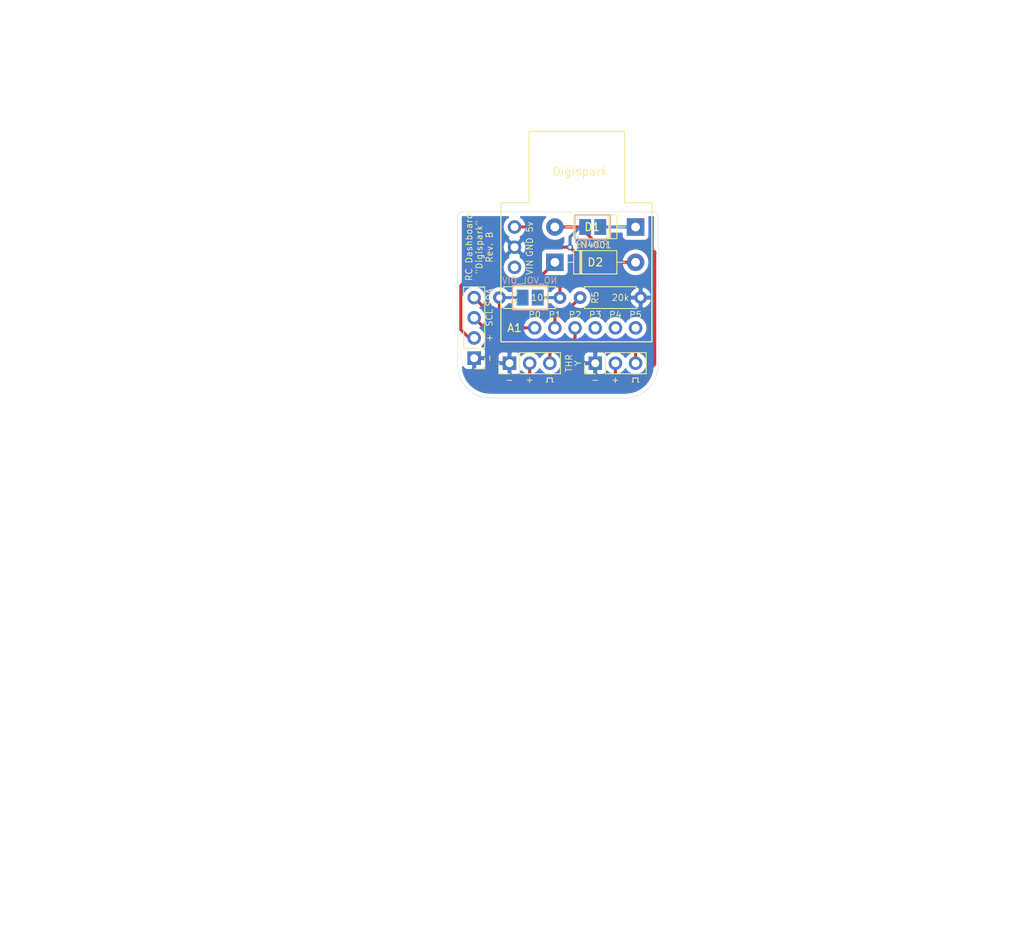
<source format=kicad_pcb>
(kicad_pcb (version 20171130) (host pcbnew "(5.1.8)-1")

  (general
    (thickness 1.6)
    (drawings 30)
    (tracks 62)
    (zones 0)
    (modules 10)
    (nets 10)
  )

  (page A4)
  (layers
    (0 F.Cu signal)
    (31 B.Cu signal)
    (32 B.Adhes user)
    (33 F.Adhes user)
    (34 B.Paste user)
    (35 F.Paste user)
    (36 B.SilkS user)
    (37 F.SilkS user)
    (38 B.Mask user)
    (39 F.Mask user)
    (40 Dwgs.User user)
    (41 Cmts.User user)
    (42 Eco1.User user)
    (43 Eco2.User user)
    (44 Edge.Cuts user)
    (45 Margin user)
    (46 B.CrtYd user)
    (47 F.CrtYd user)
    (48 B.Fab user)
    (49 F.Fab user)
  )

  (setup
    (last_trace_width 0.381)
    (trace_clearance 0.2)
    (zone_clearance 0.508)
    (zone_45_only no)
    (trace_min 0.2)
    (via_size 0.8)
    (via_drill 0.4)
    (via_min_size 0.4)
    (via_min_drill 0.3)
    (uvia_size 0.3)
    (uvia_drill 0.1)
    (uvias_allowed no)
    (uvia_min_size 0.2)
    (uvia_min_drill 0.1)
    (edge_width 0.05)
    (segment_width 0.2)
    (pcb_text_width 0.3)
    (pcb_text_size 1.5 1.5)
    (mod_edge_width 0.12)
    (mod_text_size 1 1)
    (mod_text_width 0.15)
    (pad_size 1.524 1.524)
    (pad_drill 0.762)
    (pad_to_mask_clearance 0)
    (aux_axis_origin 0 0)
    (visible_elements 7FFFFFFF)
    (pcbplotparams
      (layerselection 0x011fc_ffffffff)
      (usegerberextensions true)
      (usegerberattributes false)
      (usegerberadvancedattributes false)
      (creategerberjobfile false)
      (excludeedgelayer true)
      (linewidth 0.100000)
      (plotframeref false)
      (viasonmask false)
      (mode 1)
      (useauxorigin false)
      (hpglpennumber 1)
      (hpglpenspeed 20)
      (hpglpendiameter 15.000000)
      (psnegative false)
      (psa4output false)
      (plotreference true)
      (plotvalue true)
      (plotinvisibletext false)
      (padsonsilk false)
      (subtractmaskfromsilk false)
      (outputformat 1)
      (mirror false)
      (drillshape 0)
      (scaleselection 1)
      (outputdirectory "export/"))
  )

  (net 0 "")
  (net 1 GND)
  (net 2 THR)
  (net 3 "Net-(D1-Pad1)")
  (net 4 "Net-(J5-Pad3)")
  (net 5 "Net-(A1-Pad8)")
  (net 6 "Net-(D2-Pad1)")
  (net 7 /6v)
  (net 8 "Net-(A1-Pad5)")
  (net 9 "Net-(A1-Pad7)")

  (net_class Default "This is the default net class."
    (clearance 0.2)
    (trace_width 0.381)
    (via_dia 0.8)
    (via_drill 0.4)
    (uvia_dia 0.3)
    (uvia_drill 0.1)
    (add_net /6v)
    (add_net GND)
    (add_net "Net-(A1-Pad5)")
    (add_net "Net-(A1-Pad7)")
    (add_net "Net-(A1-Pad8)")
    (add_net "Net-(D1-Pad1)")
    (add_net "Net-(D2-Pad1)")
    (add_net "Net-(J5-Pad3)")
    (add_net THR)
  )

  (net_class BEC ""
    (clearance 0.2)
    (trace_width 0.5)
    (via_dia 0.8)
    (via_drill 0.4)
    (uvia_dia 0.3)
    (uvia_drill 0.1)
  )

  (net_class Power ""
    (clearance 0.2)
    (trace_width 0.381)
    (via_dia 0.9)
    (via_drill 0.4)
    (uvia_dia 0.3)
    (uvia_drill 0.1)
  )

  (module Diode_THT:D_DO-41_SOD81_P10.16mm_Horizontal (layer F.Cu) (tedit 5AE50CD5) (tstamp 65711B18)
    (at 112.395 84.455)
    (descr "Diode, DO-41_SOD81 series, Axial, Horizontal, pin pitch=10.16mm, , length*diameter=5.2*2.7mm^2, , http://www.diodes.com/_files/packages/DO-41%20(Plastic).pdf")
    (tags "Diode DO-41_SOD81 series Axial Horizontal pin pitch 10.16mm  length 5.2mm diameter 2.7mm")
    (path /65731EC0)
    (fp_text reference D2 (at 5.08 0) (layer F.SilkS)
      (effects (font (size 1 1) (thickness 0.15)))
    )
    (fp_text value 1N4001 (at 5.08 2.47) (layer F.Fab)
      (effects (font (size 1 1) (thickness 0.15)))
    )
    (fp_line (start 2.48 -1.35) (end 2.48 1.35) (layer F.Fab) (width 0.1))
    (fp_line (start 2.48 1.35) (end 7.68 1.35) (layer F.Fab) (width 0.1))
    (fp_line (start 7.68 1.35) (end 7.68 -1.35) (layer F.Fab) (width 0.1))
    (fp_line (start 7.68 -1.35) (end 2.48 -1.35) (layer F.Fab) (width 0.1))
    (fp_line (start 0 0) (end 2.48 0) (layer F.Fab) (width 0.1))
    (fp_line (start 10.16 0) (end 7.68 0) (layer F.Fab) (width 0.1))
    (fp_line (start 3.26 -1.35) (end 3.26 1.35) (layer F.Fab) (width 0.1))
    (fp_line (start 3.36 -1.35) (end 3.36 1.35) (layer F.Fab) (width 0.1))
    (fp_line (start 3.16 -1.35) (end 3.16 1.35) (layer F.Fab) (width 0.1))
    (fp_line (start 2.36 -1.47) (end 2.36 1.47) (layer F.SilkS) (width 0.12))
    (fp_line (start 2.36 1.47) (end 7.8 1.47) (layer F.SilkS) (width 0.12))
    (fp_line (start 7.8 1.47) (end 7.8 -1.47) (layer F.SilkS) (width 0.12))
    (fp_line (start 7.8 -1.47) (end 2.36 -1.47) (layer F.SilkS) (width 0.12))
    (fp_line (start 1.34 0) (end 2.36 0) (layer F.SilkS) (width 0.12))
    (fp_line (start 8.82 0) (end 7.8 0) (layer F.SilkS) (width 0.12))
    (fp_line (start 3.26 -1.47) (end 3.26 1.47) (layer F.SilkS) (width 0.12))
    (fp_line (start 3.38 -1.47) (end 3.38 1.47) (layer F.SilkS) (width 0.12))
    (fp_line (start 3.14 -1.47) (end 3.14 1.47) (layer F.SilkS) (width 0.12))
    (fp_line (start -1.35 -1.6) (end -1.35 1.6) (layer F.CrtYd) (width 0.05))
    (fp_line (start -1.35 1.6) (end 11.51 1.6) (layer F.CrtYd) (width 0.05))
    (fp_line (start 11.51 1.6) (end 11.51 -1.6) (layer F.CrtYd) (width 0.05))
    (fp_line (start 11.51 -1.6) (end -1.35 -1.6) (layer F.CrtYd) (width 0.05))
    (fp_text user %R (at 5.47 0) (layer F.Fab)
      (effects (font (size 1 1) (thickness 0.15)))
    )
    (fp_text user K (at 0 -2.1) (layer F.Fab)
      (effects (font (size 1 1) (thickness 0.15)))
    )
    (fp_text user K (at 0 -2.1) (layer F.SilkS) hide
      (effects (font (size 1 1) (thickness 0.15)))
    )
    (pad 1 thru_hole rect (at 0 0) (size 2.2 2.2) (drill 1.1) (layers *.Cu *.Mask)
      (net 6 "Net-(D2-Pad1)"))
    (pad 2 thru_hole oval (at 10.16 0) (size 2.2 2.2) (drill 1.1) (layers *.Cu *.Mask)
      (net 5 "Net-(A1-Pad8)"))
    (model ${KISYS3DMOD}/Diode_THT.3dshapes/D_DO-41_SOD81_P10.16mm_Horizontal.wrl
      (at (xyz 0 0 0))
      (scale (xyz 1 1 1))
      (rotate (xyz 0 0 0))
    )
  )

  (module Connector_PinHeader_2.54mm:PinHeader_1x03_P2.54mm_Vertical (layer F.Cu) (tedit 59FED5CC) (tstamp 6571270C)
    (at 117.475 97.155 90)
    (descr "Through hole straight pin header, 1x03, 2.54mm pitch, single row")
    (tags "Through hole pin header THT 1x03 2.54mm single row")
    (path /64E92EE9)
    (fp_text reference J6 (at 0 -2.33 90) (layer F.SilkS) hide
      (effects (font (size 0.8 0.8) (thickness 0.1)))
    )
    (fp_text value THR_Y (at 0 7.41 90) (layer F.Fab)
      (effects (font (size 0.8 0.8) (thickness 0.1)))
    )
    (fp_line (start 1.8 -1.8) (end -1.8 -1.8) (layer F.CrtYd) (width 0.05))
    (fp_line (start 1.8 6.85) (end 1.8 -1.8) (layer F.CrtYd) (width 0.05))
    (fp_line (start -1.8 6.85) (end 1.8 6.85) (layer F.CrtYd) (width 0.05))
    (fp_line (start -1.8 -1.8) (end -1.8 6.85) (layer F.CrtYd) (width 0.05))
    (fp_line (start -1.33 -1.33) (end 0 -1.33) (layer F.SilkS) (width 0.12))
    (fp_line (start -1.33 0) (end -1.33 -1.33) (layer F.SilkS) (width 0.12))
    (fp_line (start -1.33 1.27) (end 1.33 1.27) (layer F.SilkS) (width 0.12))
    (fp_line (start 1.33 1.27) (end 1.33 6.41) (layer F.SilkS) (width 0.12))
    (fp_line (start -1.33 1.27) (end -1.33 6.41) (layer F.SilkS) (width 0.12))
    (fp_line (start -1.33 6.41) (end 1.33 6.41) (layer F.SilkS) (width 0.12))
    (fp_line (start -1.27 -0.635) (end -0.635 -1.27) (layer F.Fab) (width 0.1))
    (fp_line (start -1.27 6.35) (end -1.27 -0.635) (layer F.Fab) (width 0.1))
    (fp_line (start 1.27 6.35) (end -1.27 6.35) (layer F.Fab) (width 0.1))
    (fp_line (start 1.27 -1.27) (end 1.27 6.35) (layer F.Fab) (width 0.1))
    (fp_line (start -0.635 -1.27) (end 1.27 -1.27) (layer F.Fab) (width 0.1))
    (fp_text user %R (at 0 2.54) (layer F.Fab)
      (effects (font (size 0.8 0.8) (thickness 0.1)))
    )
    (pad 3 thru_hole oval (at 0 5.08 90) (size 1.7 1.7) (drill 1) (layers *.Cu *.Mask)
      (net 4 "Net-(J5-Pad3)"))
    (pad 2 thru_hole oval (at 0 2.54 90) (size 1.7 1.7) (drill 1) (layers *.Cu *.Mask)
      (net 7 /6v))
    (pad 1 thru_hole rect (at 0 0 90) (size 1.7 1.7) (drill 1) (layers *.Cu *.Mask)
      (net 1 GND))
    (model ${KISYS3DMOD}/Connector_PinHeader_2.54mm.3dshapes/PinHeader_1x03_P2.54mm_Vertical.wrl
      (at (xyz 0 0 0))
      (scale (xyz 1 1 1))
      (rotate (xyz 0 0 0))
    )
  )

  (module Connector_PinHeader_2.54mm:PinHeader_1x03_P2.54mm_Vertical (layer F.Cu) (tedit 59FED5CC) (tstamp 6571274E)
    (at 106.68 97.155 90)
    (descr "Through hole straight pin header, 1x03, 2.54mm pitch, single row")
    (tags "Through hole pin header THT 1x03 2.54mm single row")
    (path /64E92EE3)
    (fp_text reference J5 (at 0 -2.33 90) (layer F.SilkS) hide
      (effects (font (size 1 1) (thickness 0.15)))
    )
    (fp_text value THR (at 0 7.41 90) (layer F.Fab)
      (effects (font (size 1 1) (thickness 0.15)))
    )
    (fp_line (start -0.635 -1.27) (end 1.27 -1.27) (layer F.Fab) (width 0.1))
    (fp_line (start 1.27 -1.27) (end 1.27 6.35) (layer F.Fab) (width 0.1))
    (fp_line (start 1.27 6.35) (end -1.27 6.35) (layer F.Fab) (width 0.1))
    (fp_line (start -1.27 6.35) (end -1.27 -0.635) (layer F.Fab) (width 0.1))
    (fp_line (start -1.27 -0.635) (end -0.635 -1.27) (layer F.Fab) (width 0.1))
    (fp_line (start -1.33 6.41) (end 1.33 6.41) (layer F.SilkS) (width 0.12))
    (fp_line (start -1.33 1.27) (end -1.33 6.41) (layer F.SilkS) (width 0.12))
    (fp_line (start 1.33 1.27) (end 1.33 6.41) (layer F.SilkS) (width 0.12))
    (fp_line (start -1.33 1.27) (end 1.33 1.27) (layer F.SilkS) (width 0.12))
    (fp_line (start -1.33 0) (end -1.33 -1.33) (layer F.SilkS) (width 0.12))
    (fp_line (start -1.33 -1.33) (end 0 -1.33) (layer F.SilkS) (width 0.12))
    (fp_line (start -1.8 -1.8) (end -1.8 6.85) (layer F.CrtYd) (width 0.05))
    (fp_line (start -1.8 6.85) (end 1.8 6.85) (layer F.CrtYd) (width 0.05))
    (fp_line (start 1.8 6.85) (end 1.8 -1.8) (layer F.CrtYd) (width 0.05))
    (fp_line (start 1.8 -1.8) (end -1.8 -1.8) (layer F.CrtYd) (width 0.05))
    (fp_text user %R (at 0 2.54) (layer F.Fab)
      (effects (font (size 1 1) (thickness 0.15)))
    )
    (pad 1 thru_hole rect (at 0 0 90) (size 1.7 1.7) (drill 1) (layers *.Cu *.Mask)
      (net 1 GND))
    (pad 2 thru_hole oval (at 0 2.54 90) (size 1.7 1.7) (drill 1) (layers *.Cu *.Mask)
      (net 7 /6v))
    (pad 3 thru_hole oval (at 0 5.08 90) (size 1.7 1.7) (drill 1) (layers *.Cu *.Mask)
      (net 4 "Net-(J5-Pad3)"))
    (model ${KISYS3DMOD}/Connector_PinHeader_2.54mm.3dshapes/PinHeader_1x03_P2.54mm_Vertical.wrl
      (at (xyz 0 0 0))
      (scale (xyz 1 1 1))
      (rotate (xyz 0 0 0))
    )
  )

  (module resistor:R_Axial_DIN0207_L6.3mm_D2.5mm_P7.62mm_Horizontal (layer F.Cu) (tedit 62698003) (tstamp 65176020)
    (at 113.03 88.9 180)
    (descr "Resistor, Axial_DIN0207 series, Axial, Horizontal, pin pitch=7.62mm, 0.25W = 1/4W, length*diameter=6.3*2.5mm^2, http://cdn-reichelt.de/documents/datenblatt/B400/1_4W%23YAG.pdf")
    (tags "Resistor Axial_DIN0207 series Axial Horizontal pin pitch 7.62mm 0.25W = 1/4W length 6.3mm diameter 2.5mm")
    (path /650152BE)
    (fp_text reference R4 (at 5.715 0 90) (layer F.SilkS)
      (effects (font (size 0.8 0.8) (thickness 0.1)))
    )
    (fp_text value 10k (at 2.54 0) (layer F.SilkS)
      (effects (font (size 0.8 0.8) (thickness 0.1)))
    )
    (fp_line (start 0.66 -1.25) (end 0.66 1.25) (layer F.Fab) (width 0.1))
    (fp_line (start 0.66 1.25) (end 6.96 1.25) (layer F.Fab) (width 0.1))
    (fp_line (start 6.96 1.25) (end 6.96 -1.25) (layer F.Fab) (width 0.1))
    (fp_line (start 6.96 -1.25) (end 0.66 -1.25) (layer F.Fab) (width 0.1))
    (fp_line (start 0 0) (end 0.66 0) (layer F.Fab) (width 0.1))
    (fp_line (start 7.62 0) (end 6.96 0) (layer F.Fab) (width 0.1))
    (fp_line (start 0.54 -1.04) (end 0.54 -1.37) (layer F.SilkS) (width 0.12))
    (fp_line (start 0.54 -1.37) (end 7.08 -1.37) (layer F.SilkS) (width 0.12))
    (fp_line (start 7.08 -1.37) (end 7.08 -1.04) (layer F.SilkS) (width 0.12))
    (fp_line (start 0.54 1.04) (end 0.54 1.37) (layer F.SilkS) (width 0.12))
    (fp_line (start 0.54 1.37) (end 7.08 1.37) (layer F.SilkS) (width 0.12))
    (fp_line (start 7.08 1.37) (end 7.08 1.04) (layer F.SilkS) (width 0.12))
    (fp_line (start -1.05 -1.5) (end -1.05 1.5) (layer F.CrtYd) (width 0.05))
    (fp_line (start -1.05 1.5) (end 8.67 1.5) (layer F.CrtYd) (width 0.05))
    (fp_line (start 8.67 1.5) (end 8.67 -1.5) (layer F.CrtYd) (width 0.05))
    (fp_line (start 8.67 -1.5) (end -1.05 -1.5) (layer F.CrtYd) (width 0.05))
    (fp_text user %R (at 5.715 0 90) (layer F.Fab)
      (effects (font (size 0.8 0.8) (thickness 0.1)))
    )
    (pad 2 thru_hole oval (at 7.62 0 180) (size 1.6 1.6) (drill 0.8) (layers *.Cu *.Mask)
      (net 2 THR))
    (pad 1 thru_hole circle (at 0 0 180) (size 1.6 1.6) (drill 0.8) (layers *.Cu *.Mask)
      (net 4 "Net-(J5-Pad3)"))
    (model ${KISYS3DMOD}/Resistor_THT.3dshapes/R_Axial_DIN0207_L6.3mm_D2.5mm_P7.62mm_Horizontal.wrl
      (at (xyz 0 0 0))
      (scale (xyz 1 1 1))
      (rotate (xyz 0 0 0))
    )
  )

  (module resistor:R_Axial_DIN0207_L6.3mm_D2.5mm_P7.62mm_Horizontal (layer F.Cu) (tedit 62698003) (tstamp 65176037)
    (at 115.57 88.9)
    (descr "Resistor, Axial_DIN0207 series, Axial, Horizontal, pin pitch=7.62mm, 0.25W = 1/4W, length*diameter=6.3*2.5mm^2, http://cdn-reichelt.de/documents/datenblatt/B400/1_4W%23YAG.pdf")
    (tags "Resistor Axial_DIN0207 series Axial Horizontal pin pitch 7.62mm 0.25W = 1/4W length 6.3mm diameter 2.5mm")
    (path /65018C06)
    (fp_text reference R5 (at 1.905 0 90) (layer F.SilkS)
      (effects (font (size 0.8 0.8) (thickness 0.1)))
    )
    (fp_text value 20k (at 5.08 0) (layer F.SilkS)
      (effects (font (size 0.8 0.8) (thickness 0.1)))
    )
    (fp_line (start 8.67 -1.5) (end -1.05 -1.5) (layer F.CrtYd) (width 0.05))
    (fp_line (start 8.67 1.5) (end 8.67 -1.5) (layer F.CrtYd) (width 0.05))
    (fp_line (start -1.05 1.5) (end 8.67 1.5) (layer F.CrtYd) (width 0.05))
    (fp_line (start -1.05 -1.5) (end -1.05 1.5) (layer F.CrtYd) (width 0.05))
    (fp_line (start 7.08 1.37) (end 7.08 1.04) (layer F.SilkS) (width 0.12))
    (fp_line (start 0.54 1.37) (end 7.08 1.37) (layer F.SilkS) (width 0.12))
    (fp_line (start 0.54 1.04) (end 0.54 1.37) (layer F.SilkS) (width 0.12))
    (fp_line (start 7.08 -1.37) (end 7.08 -1.04) (layer F.SilkS) (width 0.12))
    (fp_line (start 0.54 -1.37) (end 7.08 -1.37) (layer F.SilkS) (width 0.12))
    (fp_line (start 0.54 -1.04) (end 0.54 -1.37) (layer F.SilkS) (width 0.12))
    (fp_line (start 7.62 0) (end 6.96 0) (layer F.Fab) (width 0.1))
    (fp_line (start 0 0) (end 0.66 0) (layer F.Fab) (width 0.1))
    (fp_line (start 6.96 -1.25) (end 0.66 -1.25) (layer F.Fab) (width 0.1))
    (fp_line (start 6.96 1.25) (end 6.96 -1.25) (layer F.Fab) (width 0.1))
    (fp_line (start 0.66 1.25) (end 6.96 1.25) (layer F.Fab) (width 0.1))
    (fp_line (start 0.66 -1.25) (end 0.66 1.25) (layer F.Fab) (width 0.1))
    (fp_text user %R (at 1.905 0 90) (layer F.Fab)
      (effects (font (size 0.8 0.8) (thickness 0.1)))
    )
    (pad 1 thru_hole circle (at 0 0) (size 1.6 1.6) (drill 0.8) (layers *.Cu *.Mask)
      (net 2 THR))
    (pad 2 thru_hole oval (at 7.62 0) (size 1.6 1.6) (drill 0.8) (layers *.Cu *.Mask)
      (net 1 GND))
    (model ${KISYS3DMOD}/Resistor_THT.3dshapes/R_Axial_DIN0207_L6.3mm_D2.5mm_P7.62mm_Horizontal.wrl
      (at (xyz 0 0 0))
      (scale (xyz 1 1 1))
      (rotate (xyz 0 0 0))
    )
  )

  (module Digispark:Digispark (layer F.Cu) (tedit 6567ECBB) (tstamp 65685FE6)
    (at 122.555 92.71 270)
    (path /65687FC8)
    (fp_text reference A1 (at 0 15.24) (layer F.SilkS)
      (effects (font (size 1 1) (thickness 0.15)))
    )
    (fp_text value Digispark (at -19.685 6.985) (layer F.SilkS)
      (effects (font (size 1 1) (thickness 0.15)))
    )
    (fp_line (start -15.75 1.38) (end -15.75 -2.05) (layer F.SilkS) (width 0.15))
    (fp_line (start -24.75 1.38) (end -24.75 13.41) (layer F.SilkS) (width 0.15))
    (fp_line (start 1.75 16.95) (end 1.75 -2.05) (layer F.SilkS) (width 0.15))
    (fp_line (start -24.75 1.38) (end -15.75 1.38) (layer F.SilkS) (width 0.15))
    (fp_line (start -15.75 13.41) (end -15.75 16.95) (layer F.SilkS) (width 0.15))
    (fp_line (start -24.75 13.41) (end -15.75 13.41) (layer F.SilkS) (width 0.15))
    (fp_line (start -15.75 -2.05) (end 1.75 -2.05) (layer F.SilkS) (width 0.15))
    (fp_line (start -15.75 16.95) (end 1.75 16.95) (layer F.SilkS) (width 0.15))
    (fp_text user 5v (at -12.7 13.335 90) (layer F.SilkS)
      (effects (font (size 0.8 0.8) (thickness 0.1)))
    )
    (fp_text user GND (at -10.16 13.335 90) (layer F.SilkS)
      (effects (font (size 0.8 0.8) (thickness 0.1)))
    )
    (fp_text user VIN (at -7.62 13.335 90) (layer F.SilkS)
      (effects (font (size 0.8 0.8) (thickness 0.1)))
    )
    (fp_text user P1 (at -1.651 10.16) (layer F.SilkS)
      (effects (font (size 0.8 0.8) (thickness 0.1)))
    )
    (fp_text user P2 (at -1.651 7.62) (layer F.SilkS)
      (effects (font (size 0.8 0.8) (thickness 0.1)))
    )
    (fp_text user P3 (at -1.651 5.08) (layer F.SilkS)
      (effects (font (size 0.8 0.8) (thickness 0.1)))
    )
    (fp_text user P4 (at -1.651 2.54) (layer F.SilkS)
      (effects (font (size 0.8 0.8) (thickness 0.1)))
    )
    (fp_text user P5 (at -1.651 0) (layer F.SilkS)
      (effects (font (size 0.8 0.8) (thickness 0.1)))
    )
    (fp_text user P0 (at -1.651 12.7) (layer F.SilkS)
      (effects (font (size 0.8 0.8) (thickness 0.1)))
    )
    (pad 2 thru_hole circle (at 0 5.08) (size 1.7 1.7) (drill 1) (layers *.Cu *.Mask))
    (pad 3 thru_hole circle (at 0 2.54) (size 1.7 1.7) (drill 1) (layers *.Cu *.Mask))
    (pad 4 thru_hole circle (at -10.16 15.24) (size 1.7 1.7) (drill 1) (layers *.Cu *.Mask)
      (net 1 GND))
    (pad 5 thru_hole circle (at 0 12.7) (size 1.7 1.7) (drill 1) (layers *.Cu *.Mask)
      (net 8 "Net-(A1-Pad5)"))
    (pad 6 thru_hole circle (at 0 10.16) (size 1.7 1.7) (drill 1) (layers *.Cu *.Mask)
      (net 2 THR))
    (pad 7 thru_hole circle (at 0 7.62) (size 1.7 1.7) (drill 1) (layers *.Cu *.Mask)
      (net 9 "Net-(A1-Pad7)"))
    (pad 8 thru_hole circle (at -12.7 15.24) (size 1.7 1.7) (drill 1) (layers *.Cu *.Mask)
      (net 5 "Net-(A1-Pad8)"))
    (pad 9 thru_hole circle (at -7.62 15.24) (size 1.7 1.7) (drill 1) (layers *.Cu *.Mask))
    (pad 1 thru_hole circle (at 0 0) (size 1.7 1.7) (drill 1) (layers *.Cu *.Mask))
  )

  (module solder_bridge:bridge_open (layer B.Cu) (tedit 6068BA0B) (tstamp 65687BDC)
    (at 110.236 88.9 90)
    (descr "Through hole straight pin header, 1x02, 1.00mm pitch, single row")
    (tags "Through hole pin header THT 1x02 1.00mm single row")
    (path /657269D8)
    (fp_text reference JP1 (at 0 -3.556 90) (layer B.SilkS) hide
      (effects (font (size 1 1) (thickness 0.15)) (justify mirror))
    )
    (fp_text value NO_VOL_DIV (at 2.159 -1.016) (layer B.SilkS)
      (effects (font (size 0.8 0.8) (thickness 0.1)) (justify mirror))
    )
    (fp_line (start 1.524 1.27) (end -1.524 1.27) (layer B.SilkS) (width 0.15))
    (fp_line (start -1.524 -3.175) (end 1.524 -3.175) (layer B.SilkS) (width 0.15))
    (fp_line (start 1.524 -3.175) (end 1.524 1.27) (layer B.SilkS) (width 0.15))
    (fp_line (start -1.524 -3.175) (end -1.524 1.27) (layer B.SilkS) (width 0.15))
    (fp_text user %R (at 0 -3.81 270) (layer B.Fab)
      (effects (font (size 0.76 0.76) (thickness 0.114)) (justify mirror))
    )
    (pad 1 smd rect (at 0 0 90) (size 2 1.5) (layers B.Cu B.Paste B.Mask)
      (net 4 "Net-(J5-Pad3)"))
    (pad 2 smd rect (at 0 -1.905 90) (size 2 1.5) (layers B.Cu B.Paste B.Mask)
      (net 2 THR))
    (model ${KISYS3DMOD}/Pin_Headers.3dshapes/Pin_Header_Straight_1x02_Pitch1.00mm.wrl
      (at (xyz 0 0 0))
      (scale (xyz 1 1 1))
      (rotate (xyz 0 0 0))
    )
  )

  (module Diode_THT:D_DO-41_SOD81_P10.16mm_Horizontal (layer F.Cu) (tedit 5AE50CD5) (tstamp 65692341)
    (at 122.555 80.01 180)
    (descr "Diode, DO-41_SOD81 series, Axial, Horizontal, pin pitch=10.16mm, , length*diameter=5.2*2.7mm^2, , http://www.diodes.com/_files/packages/DO-41%20(Plastic).pdf")
    (tags "Diode DO-41_SOD81 series Axial Horizontal pin pitch 10.16mm  length 5.2mm diameter 2.7mm")
    (path /6573AEEF)
    (fp_text reference D1 (at 5.461 0) (layer F.SilkS)
      (effects (font (size 1 1) (thickness 0.15)))
    )
    (fp_text value 1N4001 (at 5.3594 -2.2606) (layer F.SilkS)
      (effects (font (size 0.8 0.8) (thickness 0.1)))
    )
    (fp_line (start 11.51 -1.6) (end -1.35 -1.6) (layer F.CrtYd) (width 0.05))
    (fp_line (start 11.51 1.6) (end 11.51 -1.6) (layer F.CrtYd) (width 0.05))
    (fp_line (start -1.35 1.6) (end 11.51 1.6) (layer F.CrtYd) (width 0.05))
    (fp_line (start -1.35 -1.6) (end -1.35 1.6) (layer F.CrtYd) (width 0.05))
    (fp_line (start 3.14 -1.47) (end 3.14 1.47) (layer F.SilkS) (width 0.12))
    (fp_line (start 3.38 -1.47) (end 3.38 1.47) (layer F.SilkS) (width 0.12))
    (fp_line (start 3.26 -1.47) (end 3.26 1.47) (layer F.SilkS) (width 0.12))
    (fp_line (start 8.82 0) (end 7.8 0) (layer F.SilkS) (width 0.12))
    (fp_line (start 1.34 0) (end 2.36 0) (layer F.SilkS) (width 0.12))
    (fp_line (start 7.8 -1.47) (end 2.36 -1.47) (layer F.SilkS) (width 0.12))
    (fp_line (start 7.8 1.47) (end 7.8 -1.47) (layer F.SilkS) (width 0.12))
    (fp_line (start 2.36 1.47) (end 7.8 1.47) (layer F.SilkS) (width 0.12))
    (fp_line (start 2.36 -1.47) (end 2.36 1.47) (layer F.SilkS) (width 0.12))
    (fp_line (start 3.16 -1.35) (end 3.16 1.35) (layer F.Fab) (width 0.1))
    (fp_line (start 3.36 -1.35) (end 3.36 1.35) (layer F.Fab) (width 0.1))
    (fp_line (start 3.26 -1.35) (end 3.26 1.35) (layer F.Fab) (width 0.1))
    (fp_line (start 10.16 0) (end 7.68 0) (layer F.Fab) (width 0.1))
    (fp_line (start 0 0) (end 2.48 0) (layer F.Fab) (width 0.1))
    (fp_line (start 7.68 -1.35) (end 2.48 -1.35) (layer F.Fab) (width 0.1))
    (fp_line (start 7.68 1.35) (end 7.68 -1.35) (layer F.Fab) (width 0.1))
    (fp_line (start 2.48 1.35) (end 7.68 1.35) (layer F.Fab) (width 0.1))
    (fp_line (start 2.48 -1.35) (end 2.48 1.35) (layer F.Fab) (width 0.1))
    (fp_text user %R (at 5.47 0) (layer F.Fab)
      (effects (font (size 1 1) (thickness 0.15)))
    )
    (fp_text user K (at 0 -2.1) (layer F.Fab)
      (effects (font (size 1 1) (thickness 0.15)))
    )
    (fp_text user K (at 0 -2.1) (layer F.SilkS) hide
      (effects (font (size 1 1) (thickness 0.15)))
    )
    (pad 1 thru_hole rect (at 0 0 180) (size 2.2 2.2) (drill 1.1) (layers *.Cu *.Mask)
      (net 3 "Net-(D1-Pad1)"))
    (pad 2 thru_hole oval (at 10.16 0 180) (size 2.2 2.2) (drill 1.1) (layers *.Cu *.Mask)
      (net 7 /6v))
    (model ${KISYS3DMOD}/Diode_THT.3dshapes/D_DO-41_SOD81_P10.16mm_Horizontal.wrl
      (at (xyz 0 0 0))
      (scale (xyz 1 1 1))
      (rotate (xyz 0 0 0))
    )
  )

  (module solder_bridge:bridge (layer B.Cu) (tedit 6020525F) (tstamp 6569234E)
    (at 118.11 80.01 90)
    (descr "Through hole straight pin header, 1x02, 1.00mm pitch, single row")
    (tags "Through hole pin header THT 1x02 1.00mm single row")
    (path /65747905)
    (fp_text reference JP2 (at 0 2.54 90) (layer B.SilkS) hide
      (effects (font (size 1 1) (thickness 0.15)) (justify mirror))
    )
    (fp_text value POWER (at -2.159 -1.016 180) (layer B.SilkS)
      (effects (font (size 0.8 0.8) (thickness 0.1)) (justify mirror))
    )
    (fp_line (start -1.27 0.762) (end -1.524 0.762) (layer B.SilkS) (width 0.15))
    (fp_line (start 1.524 -3.175) (end 1.524 1.27) (layer B.SilkS) (width 0.15))
    (fp_line (start -1.524 0.762) (end -1.524 -2.794) (layer B.SilkS) (width 0.15))
    (fp_line (start -1.524 -3.175) (end 1.524 -3.175) (layer B.SilkS) (width 0.15))
    (fp_line (start -1.27 -2.794) (end -1.524 -2.794) (layer B.SilkS) (width 0.15))
    (fp_line (start 1.524 1.27) (end -1.524 1.27) (layer B.SilkS) (width 0.15))
    (fp_text user %R (at 0 -3.81 -90) (layer B.Fab)
      (effects (font (size 0.76 0.76) (thickness 0.114)) (justify mirror))
    )
    (pad 1 smd rect (at 0 0 90) (size 2 1.5) (layers B.Cu B.Paste B.Mask)
      (net 3 "Net-(D1-Pad1)"))
    (pad 2 smd rect (at 0 -1.905 90) (size 2 1.5) (layers B.Cu B.Paste B.Mask)
      (net 5 "Net-(A1-Pad8)"))
    (model ${KISYS3DMOD}/Pin_Headers.3dshapes/Pin_Header_Straight_1x02_Pitch1.00mm.wrl
      (at (xyz 0 0 0))
      (scale (xyz 1 1 1))
      (rotate (xyz 0 0 0))
    )
  )

  (module Connector_PinHeader_2.54mm:PinHeader_1x04_P2.54mm_Vertical (layer F.Cu) (tedit 59FED5CC) (tstamp 657121B2)
    (at 102.235 96.52 180)
    (descr "Through hole straight pin header, 1x04, 2.54mm pitch, single row")
    (tags "Through hole pin header THT 1x04 2.54mm single row")
    (path /6571C416)
    (fp_text reference IC1 (at 3.175 0 90) (layer F.SilkS) hide
      (effects (font (size 1 1) (thickness 0.15)))
    )
    (fp_text value 0.91_I2C_OLED (at 0 9.95) (layer F.Fab)
      (effects (font (size 1 1) (thickness 0.15)))
    )
    (fp_line (start -0.635 -1.27) (end 1.27 -1.27) (layer F.Fab) (width 0.1))
    (fp_line (start 1.27 -1.27) (end 1.27 8.89) (layer F.Fab) (width 0.1))
    (fp_line (start 1.27 8.89) (end -1.27 8.89) (layer F.Fab) (width 0.1))
    (fp_line (start -1.27 8.89) (end -1.27 -0.635) (layer F.Fab) (width 0.1))
    (fp_line (start -1.27 -0.635) (end -0.635 -1.27) (layer F.Fab) (width 0.1))
    (fp_line (start -1.33 8.95) (end 1.33 8.95) (layer F.SilkS) (width 0.12))
    (fp_line (start -1.33 1.27) (end -1.33 8.95) (layer F.SilkS) (width 0.12))
    (fp_line (start 1.33 1.27) (end 1.33 8.95) (layer F.SilkS) (width 0.12))
    (fp_line (start -1.33 1.27) (end 1.33 1.27) (layer F.SilkS) (width 0.12))
    (fp_line (start -1.33 0) (end -1.33 -1.33) (layer F.SilkS) (width 0.12))
    (fp_line (start -1.33 -1.33) (end 0 -1.33) (layer F.SilkS) (width 0.12))
    (fp_line (start -1.8 -1.8) (end -1.8 9.4) (layer F.CrtYd) (width 0.05))
    (fp_line (start -1.8 9.4) (end 1.8 9.4) (layer F.CrtYd) (width 0.05))
    (fp_line (start 1.8 9.4) (end 1.8 -1.8) (layer F.CrtYd) (width 0.05))
    (fp_line (start 1.8 -1.8) (end -1.8 -1.8) (layer F.CrtYd) (width 0.05))
    (fp_text user %R (at 0 3.81 90) (layer F.Fab)
      (effects (font (size 1 1) (thickness 0.15)))
    )
    (pad 1 thru_hole rect (at 0 0 180) (size 1.7 1.7) (drill 1) (layers *.Cu *.Mask)
      (net 1 GND))
    (pad 2 thru_hole oval (at 0 2.54 180) (size 1.7 1.7) (drill 1) (layers *.Cu *.Mask)
      (net 6 "Net-(D2-Pad1)"))
    (pad 3 thru_hole oval (at 0 5.08 180) (size 1.7 1.7) (drill 1) (layers *.Cu *.Mask)
      (net 9 "Net-(A1-Pad7)"))
    (pad 4 thru_hole oval (at 0 7.62 180) (size 1.7 1.7) (drill 1) (layers *.Cu *.Mask)
      (net 8 "Net-(A1-Pad5)"))
    (model ${KISYS3DMOD}/Connector_PinHeader_2.54mm.3dshapes/PinHeader_1x04_P2.54mm_Vertical.wrl
      (at (xyz 0 0 0))
      (scale (xyz 1 1 1))
      (rotate (xyz 0 0 0))
    )
  )

  (gr_arc (start 100.772 78.74) (end 100.772 78.105) (angle -90) (layer Edge.Cuts) (width 0.05) (tstamp 66021677))
  (gr_arc (start 124.75 78.74) (end 125.385 78.74) (angle -90) (layer Edge.Cuts) (width 0.05))
  (gr_text SDA (at 104.14 88.9 90) (layer F.SilkS) (tstamp 65712C59)
    (effects (font (size 0.8 0.8) (thickness 0.1)))
  )
  (gr_text SCL (at 104.14 91.44 90) (layer F.SilkS) (tstamp 65712BF4)
    (effects (font (size 0.8 0.8) (thickness 0.1)))
  )
  (gr_text - (at 104.14 96.52 90) (layer F.SilkS) (tstamp 65712BF0)
    (effects (font (size 0.8 0.8) (thickness 0.1)))
  )
  (gr_text + (at 104.14 93.98 90) (layer F.SilkS) (tstamp 65712BEC)
    (effects (font (size 0.8 0.8) (thickness 0.1)))
  )
  (gr_text + (at 120.015 99.366 180) (layer F.SilkS) (tstamp 657126E8)
    (effects (font (size 0.8 0.8) (thickness 0.1)))
  )
  (gr_text - (at 117.475 99.366 180) (layer F.SilkS) (tstamp 657126EE)
    (effects (font (size 0.8 0.8) (thickness 0.1)))
  )
  (gr_line (start 122.8605 99.0231) (end 122.8605 99.5311) (layer F.SilkS) (width 0.12) (tstamp 657126DF))
  (gr_line (start 122.2255 99.0231) (end 122.8605 99.0231) (layer F.SilkS) (width 0.12) (tstamp 657126D6))
  (gr_line (start 122.2255 99.5311) (end 122.0985 99.5311) (layer F.SilkS) (width 0.12) (tstamp 657126D3))
  (gr_line (start 122.2255 99.5311) (end 122.2255 99.0231) (layer F.SilkS) (width 0.12) (tstamp 657126C7))
  (gr_line (start 122.8605 99.5311) (end 122.9875 99.5311) (layer F.SilkS) (width 0.12) (tstamp 657126D0))
  (gr_text Y (at 115.316 97.155 90) (layer F.SilkS) (tstamp 657126E5)
    (effects (font (size 0.8 0.8) (thickness 0.1)))
  )
  (gr_line (start 124.75 78.105) (end 100.772 78.105) (layer Edge.Cuts) (width 0.05) (tstamp 64EE7D9E))
  (gr_line (start 125.385 78.74) (end 125.382 97.441) (layer Edge.Cuts) (width 0.05) (tstamp 64EE76BE))
  (gr_arc (start 121.282 97.441) (end 121.282 101.541) (angle -90) (layer Edge.Cuts) (width 0.05) (tstamp 64EE76BC))
  (gr_arc (start 104.237 97.441) (end 100.137 97.441) (angle -90) (layer Edge.Cuts) (width 0.05) (tstamp 64EE7693))
  (gr_line (start 100.137 97.441) (end 100.137 78.74) (layer Edge.Cuts) (width 0.05) (tstamp 64EE7601))
  (gr_line (start 114.982 101.541) (end 121.282 101.541) (layer Edge.Cuts) (width 0.05) (tstamp 64EE72FC))
  (gr_line (start 114.982 101.541) (end 104.237 101.541) (layer Edge.Cuts) (width 0.05) (tstamp 64EE72FB))
  (gr_line (start 111.4305 99.5311) (end 111.4305 99.0231) (layer F.SilkS) (width 0.12) (tstamp 657126CD))
  (gr_line (start 111.4305 99.5311) (end 111.3035 99.5311) (layer F.SilkS) (width 0.12) (tstamp 657126D9))
  (gr_line (start 111.4305 99.0231) (end 112.0655 99.0231) (layer F.SilkS) (width 0.12) (tstamp 657126E2))
  (gr_line (start 112.0655 99.0231) (end 112.0655 99.5311) (layer F.SilkS) (width 0.12) (tstamp 657126CA))
  (gr_line (start 112.0655 99.5311) (end 112.1925 99.5311) (layer F.SilkS) (width 0.12) (tstamp 657126DC))
  (gr_text + (at 109.22 99.366 180) (layer F.SilkS) (tstamp 657126F1)
    (effects (font (size 0.8 0.8) (thickness 0.1)))
  )
  (gr_text - (at 106.68 99.366 180) (layer F.SilkS) (tstamp 657126F4)
    (effects (font (size 0.8 0.8) (thickness 0.1)))
  )
  (gr_text THR (at 114.173 97.155 90) (layer F.SilkS) (tstamp 657126EB)
    (effects (font (size 0.8 0.8) (thickness 0.1)))
  )
  (gr_text "RC Dashboard\n\"Digispark\"\nRev. B" (at 102.87 82.55 90) (layer F.SilkS)
    (effects (font (size 0.8 0.8) (thickness 0.1)))
  )

  (segment (start 108.331 88.9) (end 105.41 88.9) (width 0.381) (layer B.Cu) (net 2) (status 30))
  (segment (start 105.41 88.9) (end 105.41 90.17) (width 0.381) (layer F.Cu) (net 2))
  (segment (start 105.41 90.17) (end 106.045 90.805) (width 0.381) (layer F.Cu) (net 2))
  (segment (start 106.045 90.805) (end 110.49 90.805) (width 0.381) (layer F.Cu) (net 2))
  (segment (start 113.665 90.805) (end 115.57 88.9) (width 0.381) (layer F.Cu) (net 2))
  (segment (start 112.395 92.71) (end 112.395 90.805) (width 0.381) (layer F.Cu) (net 2))
  (segment (start 112.395 90.805) (end 113.665 90.805) (width 0.381) (layer F.Cu) (net 2))
  (segment (start 110.49 90.805) (end 112.395 90.805) (width 0.381) (layer F.Cu) (net 2))
  (segment (start 122.555 80.01) (end 118.11 80.01) (width 0.381) (layer B.Cu) (net 3) (status 30))
  (segment (start 111.76 95.885) (end 111.76 97.155) (width 0.381) (layer F.Cu) (net 4) (tstamp 657126B5) (status 20))
  (segment (start 112.395 95.25) (end 111.76 95.885) (width 0.381) (layer F.Cu) (net 4) (tstamp 657126C4))
  (segment (start 122.555 97.155) (end 122.555 95.885) (width 0.381) (layer F.Cu) (net 4) (tstamp 657126BE) (status 10))
  (segment (start 121.92 95.25) (end 114.3 95.25) (width 0.381) (layer F.Cu) (net 4) (tstamp 657126BB))
  (segment (start 114.3 95.25) (end 112.395 95.25) (width 0.381) (layer F.Cu) (net 4) (tstamp 657126B8))
  (segment (start 113.03 88.9) (end 110.236 88.9) (width 0.381) (layer B.Cu) (net 4) (status 30))
  (segment (start 123.19 95.25) (end 122.555 95.885) (width 0.381) (layer F.Cu) (net 4))
  (segment (start 121.92 95.25) (end 123.19 95.25) (width 0.381) (layer F.Cu) (net 4))
  (segment (start 123.825 95.25) (end 123.19 95.25) (width 0.381) (layer F.Cu) (net 4))
  (segment (start 124.206 94.869) (end 123.825 95.25) (width 0.381) (layer F.Cu) (net 4))
  (segment (start 124.206 91.259606) (end 124.206 94.869) (width 0.381) (layer F.Cu) (net 4))
  (segment (start 123.751394 90.805) (end 124.206 91.259606) (width 0.381) (layer F.Cu) (net 4))
  (segment (start 113.03 88.9) (end 113.03 87.63) (width 0.381) (layer F.Cu) (net 4))
  (segment (start 113.03 87.63) (end 113.665 86.995) (width 0.381) (layer F.Cu) (net 4))
  (segment (start 113.665 86.995) (end 120.65 86.995) (width 0.381) (layer F.Cu) (net 4))
  (segment (start 120.65 86.995) (end 121.285 87.63) (width 0.381) (layer F.Cu) (net 4))
  (segment (start 121.285 90.17) (end 121.92 90.805) (width 0.381) (layer F.Cu) (net 4))
  (segment (start 121.285 87.63) (end 121.285 90.17) (width 0.381) (layer F.Cu) (net 4))
  (segment (start 121.92 90.805) (end 123.751394 90.805) (width 0.381) (layer F.Cu) (net 4))
  (via (at 114.3 82.55) (size 0.8) (drill 0.4) (layers F.Cu B.Cu) (net 5))
  (segment (start 114.3 82.55) (end 114.3 81.28) (width 0.381) (layer B.Cu) (net 5))
  (segment (start 115.57 80.01) (end 116.205 80.01) (width 0.381) (layer B.Cu) (net 5) (status 30))
  (segment (start 114.3 81.28) (end 115.57 80.01) (width 0.381) (layer B.Cu) (net 5) (status 20))
  (segment (start 109.22 80.01) (end 107.315 80.01) (width 0.381) (layer F.Cu) (net 5))
  (segment (start 111.76 82.55) (end 109.22 80.01) (width 0.381) (layer F.Cu) (net 5))
  (segment (start 114.3 82.55) (end 111.76 82.55) (width 0.381) (layer F.Cu) (net 5))
  (segment (start 116.205 84.455) (end 114.3 82.55) (width 0.381) (layer F.Cu) (net 5))
  (segment (start 122.555 84.455) (end 116.205 84.455) (width 0.381) (layer F.Cu) (net 5))
  (segment (start 102.235 93.98) (end 101.6 93.98) (width 0.381) (layer F.Cu) (net 6))
  (segment (start 101.6 93.98) (end 100.55251 92.93251) (width 0.381) (layer F.Cu) (net 6))
  (segment (start 100.55251 92.93251) (end 100.55251 87.40749) (width 0.381) (layer F.Cu) (net 6))
  (segment (start 100.55251 87.40749) (end 100.965 86.995) (width 0.381) (layer F.Cu) (net 6))
  (segment (start 109.855 86.995) (end 112.395 84.455) (width 0.381) (layer F.Cu) (net 6))
  (segment (start 100.965 86.995) (end 109.855 86.995) (width 0.381) (layer F.Cu) (net 6))
  (segment (start 120.015 98.425) (end 120.015 97.155) (width 0.381) (layer F.Cu) (net 7) (tstamp 657126A3) (status 20))
  (segment (start 119.38 99.06) (end 120.015 98.425) (width 0.381) (layer F.Cu) (net 7) (tstamp 657126B2))
  (segment (start 109.855 99.06) (end 119.38 99.06) (width 0.381) (layer F.Cu) (net 7) (tstamp 657126AC))
  (segment (start 109.22 98.425) (end 109.855 99.06) (width 0.381) (layer F.Cu) (net 7) (tstamp 657126AF))
  (segment (start 109.22 97.155) (end 109.22 98.425) (width 0.381) (layer F.Cu) (net 7) (tstamp 6571269D) (status 10))
  (segment (start 119.38 99.06) (end 123.19 99.06) (width 0.381) (layer F.Cu) (net 7))
  (segment (start 123.19 99.06) (end 124.966515 97.283485) (width 0.381) (layer F.Cu) (net 7))
  (segment (start 124.966515 97.283485) (end 124.968632 83.184982) (width 0.381) (layer F.Cu) (net 7))
  (segment (start 124.968632 83.184982) (end 124.968613 83.311386) (width 0.381) (layer F.Cu) (net 7))
  (segment (start 112.395 80.01) (end 115.57 80.01) (width 0.381) (layer F.Cu) (net 7))
  (segment (start 115.57 80.01) (end 118.11 82.55) (width 0.381) (layer F.Cu) (net 7))
  (segment (start 124.33365 82.55) (end 124.968632 83.184982) (width 0.381) (layer F.Cu) (net 7))
  (segment (start 118.11 82.55) (end 124.33365 82.55) (width 0.381) (layer F.Cu) (net 7))
  (segment (start 106.045 92.71) (end 102.235 88.9) (width 0.381) (layer F.Cu) (net 8))
  (segment (start 109.855 92.71) (end 106.045 92.71) (width 0.381) (layer F.Cu) (net 8))
  (segment (start 114.935 92.71) (end 114.935 93.98) (width 0.381) (layer F.Cu) (net 9))
  (segment (start 114.935 93.98) (end 114.3 94.615) (width 0.381) (layer F.Cu) (net 9))
  (segment (start 105.41 94.615) (end 102.235 91.44) (width 0.381) (layer F.Cu) (net 9))
  (segment (start 114.3 94.615) (end 105.41 94.615) (width 0.381) (layer F.Cu) (net 9))

  (zone (net 1) (net_name GND) (layer B.Cu) (tstamp 64EE9C98) (hatch edge 0.508)
    (connect_pads (clearance 0.508))
    (min_thickness 0.254)
    (fill yes (arc_segments 32) (thermal_gap 0.508) (thermal_bridge_width 0.508))
    (polygon
      (pts
        (xy 171.45 168.91) (xy 42.545 168.91) (xy 42.545 51.435) (xy 171.45 51.435)
      )
    )
    (filled_polygon
      (pts
        (xy 106.368368 78.856525) (xy 106.161525 79.063368) (xy 105.99901 79.306589) (xy 105.887068 79.576842) (xy 105.83 79.86374)
        (xy 105.83 80.15626) (xy 105.887068 80.443158) (xy 105.99901 80.713411) (xy 106.161525 80.956632) (xy 106.368368 81.163475)
        (xy 106.541729 81.279311) (xy 106.466208 81.521603) (xy 107.315 82.370395) (xy 108.163792 81.521603) (xy 108.088271 81.279311)
        (xy 108.261632 81.163475) (xy 108.468475 80.956632) (xy 108.63099 80.713411) (xy 108.742932 80.443158) (xy 108.8 80.15626)
        (xy 108.8 79.86374) (xy 108.742932 79.576842) (xy 108.63099 79.306589) (xy 108.468475 79.063368) (xy 108.261632 78.856525)
        (xy 108.124655 78.765) (xy 111.186339 78.765) (xy 111.047337 78.904002) (xy 110.857463 79.188169) (xy 110.726675 79.503919)
        (xy 110.66 79.839117) (xy 110.66 80.180883) (xy 110.726675 80.516081) (xy 110.857463 80.831831) (xy 111.047337 81.115998)
        (xy 111.289002 81.357663) (xy 111.573169 81.547537) (xy 111.888919 81.678325) (xy 112.224117 81.745) (xy 112.565883 81.745)
        (xy 112.901081 81.678325) (xy 113.216831 81.547537) (xy 113.474501 81.375368) (xy 113.4745 81.922497) (xy 113.382795 82.059744)
        (xy 113.304774 82.248102) (xy 113.265 82.448061) (xy 113.265 82.651939) (xy 113.277927 82.716928) (xy 111.295 82.716928)
        (xy 111.170518 82.729188) (xy 111.05082 82.765498) (xy 110.940506 82.824463) (xy 110.843815 82.903815) (xy 110.764463 83.000506)
        (xy 110.705498 83.11082) (xy 110.669188 83.230518) (xy 110.656928 83.355) (xy 110.656928 85.555) (xy 110.669188 85.679482)
        (xy 110.705498 85.79918) (xy 110.764463 85.909494) (xy 110.843815 86.006185) (xy 110.940506 86.085537) (xy 111.05082 86.144502)
        (xy 111.170518 86.180812) (xy 111.295 86.193072) (xy 113.495 86.193072) (xy 113.619482 86.180812) (xy 113.73918 86.144502)
        (xy 113.849494 86.085537) (xy 113.946185 86.006185) (xy 114.025537 85.909494) (xy 114.084502 85.79918) (xy 114.120812 85.679482)
        (xy 114.133072 85.555) (xy 114.133072 84.284117) (xy 120.82 84.284117) (xy 120.82 84.625883) (xy 120.886675 84.961081)
        (xy 121.017463 85.276831) (xy 121.207337 85.560998) (xy 121.449002 85.802663) (xy 121.733169 85.992537) (xy 122.048919 86.123325)
        (xy 122.384117 86.19) (xy 122.725883 86.19) (xy 123.061081 86.123325) (xy 123.376831 85.992537) (xy 123.660998 85.802663)
        (xy 123.902663 85.560998) (xy 124.092537 85.276831) (xy 124.223325 84.961081) (xy 124.29 84.625883) (xy 124.29 84.284117)
        (xy 124.223325 83.948919) (xy 124.092537 83.633169) (xy 123.902663 83.349002) (xy 123.660998 83.107337) (xy 123.376831 82.917463)
        (xy 123.061081 82.786675) (xy 122.725883 82.72) (xy 122.384117 82.72) (xy 122.048919 82.786675) (xy 121.733169 82.917463)
        (xy 121.449002 83.107337) (xy 121.207337 83.349002) (xy 121.017463 83.633169) (xy 120.886675 83.948919) (xy 120.82 84.284117)
        (xy 114.133072 84.284117) (xy 114.133072 83.572073) (xy 114.198061 83.585) (xy 114.401939 83.585) (xy 114.601898 83.545226)
        (xy 114.790256 83.467205) (xy 114.959774 83.353937) (xy 115.103937 83.209774) (xy 115.217205 83.040256) (xy 115.295226 82.851898)
        (xy 115.335 82.651939) (xy 115.335 82.448061) (xy 115.295226 82.248102) (xy 115.217205 82.059744) (xy 115.1255 81.922497)
        (xy 115.1255 81.621932) (xy 115.169837 81.577596) (xy 115.21082 81.599502) (xy 115.330518 81.635812) (xy 115.455 81.648072)
        (xy 116.955 81.648072) (xy 117.079482 81.635812) (xy 117.1575 81.612145) (xy 117.235518 81.635812) (xy 117.36 81.648072)
        (xy 118.86 81.648072) (xy 118.984482 81.635812) (xy 119.10418 81.599502) (xy 119.214494 81.540537) (xy 119.311185 81.461185)
        (xy 119.390537 81.364494) (xy 119.449502 81.25418) (xy 119.485812 81.134482) (xy 119.498072 81.01) (xy 119.498072 80.8355)
        (xy 120.816928 80.8355) (xy 120.816928 81.11) (xy 120.829188 81.234482) (xy 120.865498 81.35418) (xy 120.924463 81.464494)
        (xy 121.003815 81.561185) (xy 121.100506 81.640537) (xy 121.21082 81.699502) (xy 121.330518 81.735812) (xy 121.455 81.748072)
        (xy 123.655 81.748072) (xy 123.779482 81.735812) (xy 123.89918 81.699502) (xy 124.009494 81.640537) (xy 124.106185 81.561185)
        (xy 124.185537 81.464494) (xy 124.244502 81.35418) (xy 124.280812 81.234482) (xy 124.293072 81.11) (xy 124.293072 78.91)
        (xy 124.280812 78.785518) (xy 124.274588 78.765) (xy 124.717725 78.765) (xy 124.724513 78.765666) (xy 124.724996 78.770262)
        (xy 124.722005 97.408666) (xy 124.653381 98.108551) (xy 124.459512 98.750677) (xy 124.144612 99.342917) (xy 123.72068 99.862708)
        (xy 123.203852 100.290266) (xy 122.613829 100.609291) (xy 121.973068 100.80764) (xy 121.275088 100.881) (xy 104.269279 100.881)
        (xy 103.569449 100.812381) (xy 102.927323 100.618512) (xy 102.335083 100.303612) (xy 101.815292 99.87968) (xy 101.387734 99.362852)
        (xy 101.068709 98.772829) (xy 100.87036 98.132068) (xy 100.820929 97.661757) (xy 100.854463 97.724494) (xy 100.933815 97.821185)
        (xy 101.030506 97.900537) (xy 101.14082 97.959502) (xy 101.260518 97.995812) (xy 101.385 98.008072) (xy 101.94925 98.005)
        (xy 102.108 97.84625) (xy 102.108 96.647) (xy 102.362 96.647) (xy 102.362 97.84625) (xy 102.52075 98.005)
        (xy 103.085 98.008072) (xy 103.116191 98.005) (xy 105.191928 98.005) (xy 105.204188 98.129482) (xy 105.240498 98.24918)
        (xy 105.299463 98.359494) (xy 105.378815 98.456185) (xy 105.475506 98.535537) (xy 105.58582 98.594502) (xy 105.705518 98.630812)
        (xy 105.83 98.643072) (xy 106.39425 98.64) (xy 106.553 98.48125) (xy 106.553 97.282) (xy 105.35375 97.282)
        (xy 105.195 97.44075) (xy 105.191928 98.005) (xy 103.116191 98.005) (xy 103.209482 97.995812) (xy 103.32918 97.959502)
        (xy 103.439494 97.900537) (xy 103.536185 97.821185) (xy 103.615537 97.724494) (xy 103.674502 97.61418) (xy 103.710812 97.494482)
        (xy 103.723072 97.37) (xy 103.72 96.80575) (xy 103.56125 96.647) (xy 102.362 96.647) (xy 102.108 96.647)
        (xy 102.088 96.647) (xy 102.088 96.393) (xy 102.108 96.393) (xy 102.108 96.373) (xy 102.362 96.373)
        (xy 102.362 96.393) (xy 103.56125 96.393) (xy 103.64925 96.305) (xy 105.191928 96.305) (xy 105.195 96.86925)
        (xy 105.35375 97.028) (xy 106.553 97.028) (xy 106.553 95.82875) (xy 106.807 95.82875) (xy 106.807 97.028)
        (xy 106.827 97.028) (xy 106.827 97.282) (xy 106.807 97.282) (xy 106.807 98.48125) (xy 106.96575 98.64)
        (xy 107.53 98.643072) (xy 107.654482 98.630812) (xy 107.77418 98.594502) (xy 107.884494 98.535537) (xy 107.981185 98.456185)
        (xy 108.060537 98.359494) (xy 108.119502 98.24918) (xy 108.141513 98.17662) (xy 108.273368 98.308475) (xy 108.516589 98.47099)
        (xy 108.786842 98.582932) (xy 109.07374 98.64) (xy 109.36626 98.64) (xy 109.653158 98.582932) (xy 109.923411 98.47099)
        (xy 110.166632 98.308475) (xy 110.373475 98.101632) (xy 110.49 97.92724) (xy 110.606525 98.101632) (xy 110.813368 98.308475)
        (xy 111.056589 98.47099) (xy 111.326842 98.582932) (xy 111.61374 98.64) (xy 111.90626 98.64) (xy 112.193158 98.582932)
        (xy 112.463411 98.47099) (xy 112.706632 98.308475) (xy 112.913475 98.101632) (xy 112.978042 98.005) (xy 115.986928 98.005)
        (xy 115.999188 98.129482) (xy 116.035498 98.24918) (xy 116.094463 98.359494) (xy 116.173815 98.456185) (xy 116.270506 98.535537)
        (xy 116.38082 98.594502) (xy 116.500518 98.630812) (xy 116.625 98.643072) (xy 117.18925 98.64) (xy 117.348 98.48125)
        (xy 117.348 97.282) (xy 116.14875 97.282) (xy 115.99 97.44075) (xy 115.986928 98.005) (xy 112.978042 98.005)
        (xy 113.07599 97.858411) (xy 113.187932 97.588158) (xy 113.245 97.30126) (xy 113.245 97.00874) (xy 113.187932 96.721842)
        (xy 113.07599 96.451589) (xy 112.978043 96.305) (xy 115.986928 96.305) (xy 115.99 96.86925) (xy 116.14875 97.028)
        (xy 117.348 97.028) (xy 117.348 95.82875) (xy 117.602 95.82875) (xy 117.602 97.028) (xy 117.622 97.028)
        (xy 117.622 97.282) (xy 117.602 97.282) (xy 117.602 98.48125) (xy 117.76075 98.64) (xy 118.325 98.643072)
        (xy 118.449482 98.630812) (xy 118.56918 98.594502) (xy 118.679494 98.535537) (xy 118.776185 98.456185) (xy 118.855537 98.359494)
        (xy 118.914502 98.24918) (xy 118.936513 98.17662) (xy 119.068368 98.308475) (xy 119.311589 98.47099) (xy 119.581842 98.582932)
        (xy 119.86874 98.64) (xy 120.16126 98.64) (xy 120.448158 98.582932) (xy 120.718411 98.47099) (xy 120.961632 98.308475)
        (xy 121.168475 98.101632) (xy 121.285 97.92724) (xy 121.401525 98.101632) (xy 121.608368 98.308475) (xy 121.851589 98.47099)
        (xy 122.121842 98.582932) (xy 122.40874 98.64) (xy 122.70126 98.64) (xy 122.988158 98.582932) (xy 123.258411 98.47099)
        (xy 123.501632 98.308475) (xy 123.708475 98.101632) (xy 123.87099 97.858411) (xy 123.982932 97.588158) (xy 124.04 97.30126)
        (xy 124.04 97.00874) (xy 123.982932 96.721842) (xy 123.87099 96.451589) (xy 123.708475 96.208368) (xy 123.501632 96.001525)
        (xy 123.258411 95.83901) (xy 122.988158 95.727068) (xy 122.70126 95.67) (xy 122.40874 95.67) (xy 122.121842 95.727068)
        (xy 121.851589 95.83901) (xy 121.608368 96.001525) (xy 121.401525 96.208368) (xy 121.285 96.38276) (xy 121.168475 96.208368)
        (xy 120.961632 96.001525) (xy 120.718411 95.83901) (xy 120.448158 95.727068) (xy 120.16126 95.67) (xy 119.86874 95.67)
        (xy 119.581842 95.727068) (xy 119.311589 95.83901) (xy 119.068368 96.001525) (xy 118.936513 96.13338) (xy 118.914502 96.06082)
        (xy 118.855537 95.950506) (xy 118.776185 95.853815) (xy 118.679494 95.774463) (xy 118.56918 95.715498) (xy 118.449482 95.679188)
        (xy 118.325 95.666928) (xy 117.76075 95.67) (xy 117.602 95.82875) (xy 117.348 95.82875) (xy 117.18925 95.67)
        (xy 116.625 95.666928) (xy 116.500518 95.679188) (xy 116.38082 95.715498) (xy 116.270506 95.774463) (xy 116.173815 95.853815)
        (xy 116.094463 95.950506) (xy 116.035498 96.06082) (xy 115.999188 96.180518) (xy 115.986928 96.305) (xy 112.978043 96.305)
        (xy 112.913475 96.208368) (xy 112.706632 96.001525) (xy 112.463411 95.83901) (xy 112.193158 95.727068) (xy 111.90626 95.67)
        (xy 111.61374 95.67) (xy 111.326842 95.727068) (xy 111.056589 95.83901) (xy 110.813368 96.001525) (xy 110.606525 96.208368)
        (xy 110.49 96.38276) (xy 110.373475 96.208368) (xy 110.166632 96.001525) (xy 109.923411 95.83901) (xy 109.653158 95.727068)
        (xy 109.36626 95.67) (xy 109.07374 95.67) (xy 108.786842 95.727068) (xy 108.516589 95.83901) (xy 108.273368 96.001525)
        (xy 108.141513 96.13338) (xy 108.119502 96.06082) (xy 108.060537 95.950506) (xy 107.981185 95.853815) (xy 107.884494 95.774463)
        (xy 107.77418 95.715498) (xy 107.654482 95.679188) (xy 107.53 95.666928) (xy 106.96575 95.67) (xy 106.807 95.82875)
        (xy 106.553 95.82875) (xy 106.39425 95.67) (xy 105.83 95.666928) (xy 105.705518 95.679188) (xy 105.58582 95.715498)
        (xy 105.475506 95.774463) (xy 105.378815 95.853815) (xy 105.299463 95.950506) (xy 105.240498 96.06082) (xy 105.204188 96.180518)
        (xy 105.191928 96.305) (xy 103.64925 96.305) (xy 103.72 96.23425) (xy 103.723072 95.67) (xy 103.710812 95.545518)
        (xy 103.674502 95.42582) (xy 103.615537 95.315506) (xy 103.536185 95.218815) (xy 103.439494 95.139463) (xy 103.32918 95.080498)
        (xy 103.25662 95.058487) (xy 103.388475 94.926632) (xy 103.55099 94.683411) (xy 103.662932 94.413158) (xy 103.72 94.12626)
        (xy 103.72 93.83374) (xy 103.662932 93.546842) (xy 103.55099 93.276589) (xy 103.388475 93.033368) (xy 103.181632 92.826525)
        (xy 103.00724 92.71) (xy 103.181632 92.593475) (xy 103.211367 92.56374) (xy 108.37 92.56374) (xy 108.37 92.85626)
        (xy 108.427068 93.143158) (xy 108.53901 93.413411) (xy 108.701525 93.656632) (xy 108.908368 93.863475) (xy 109.151589 94.02599)
        (xy 109.421842 94.137932) (xy 109.70874 94.195) (xy 110.00126 94.195) (xy 110.288158 94.137932) (xy 110.558411 94.02599)
        (xy 110.801632 93.863475) (xy 111.008475 93.656632) (xy 111.125 93.48224) (xy 111.241525 93.656632) (xy 111.448368 93.863475)
        (xy 111.691589 94.02599) (xy 111.961842 94.137932) (xy 112.24874 94.195) (xy 112.54126 94.195) (xy 112.828158 94.137932)
        (xy 113.098411 94.02599) (xy 113.341632 93.863475) (xy 113.548475 93.656632) (xy 113.665 93.48224) (xy 113.781525 93.656632)
        (xy 113.988368 93.863475) (xy 114.231589 94.02599) (xy 114.501842 94.137932) (xy 114.78874 94.195) (xy 115.08126 94.195)
        (xy 115.368158 94.137932) (xy 115.638411 94.02599) (xy 115.881632 93.863475) (xy 116.088475 93.656632) (xy 116.205 93.48224)
        (xy 116.321525 93.656632) (xy 116.528368 93.863475) (xy 116.771589 94.02599) (xy 117.041842 94.137932) (xy 117.32874 94.195)
        (xy 117.62126 94.195) (xy 117.908158 94.137932) (xy 118.178411 94.02599) (xy 118.421632 93.863475) (xy 118.628475 93.656632)
        (xy 118.745 93.48224) (xy 118.861525 93.656632) (xy 119.068368 93.863475) (xy 119.311589 94.02599) (xy 119.581842 94.137932)
        (xy 119.86874 94.195) (xy 120.16126 94.195) (xy 120.448158 94.137932) (xy 120.718411 94.02599) (xy 120.961632 93.863475)
        (xy 121.168475 93.656632) (xy 121.285 93.48224) (xy 121.401525 93.656632) (xy 121.608368 93.863475) (xy 121.851589 94.02599)
        (xy 122.121842 94.137932) (xy 122.40874 94.195) (xy 122.70126 94.195) (xy 122.988158 94.137932) (xy 123.258411 94.02599)
        (xy 123.501632 93.863475) (xy 123.708475 93.656632) (xy 123.87099 93.413411) (xy 123.982932 93.143158) (xy 124.04 92.85626)
        (xy 124.04 92.56374) (xy 123.982932 92.276842) (xy 123.87099 92.006589) (xy 123.708475 91.763368) (xy 123.501632 91.556525)
        (xy 123.258411 91.39401) (xy 122.988158 91.282068) (xy 122.70126 91.225) (xy 122.40874 91.225) (xy 122.121842 91.282068)
        (xy 121.851589 91.39401) (xy 121.608368 91.556525) (xy 121.401525 91.763368) (xy 121.285 91.93776) (xy 121.168475 91.763368)
        (xy 120.961632 91.556525) (xy 120.718411 91.39401) (xy 120.448158 91.282068) (xy 120.16126 91.225) (xy 119.86874 91.225)
        (xy 119.581842 91.282068) (xy 119.311589 91.39401) (xy 119.068368 91.556525) (xy 118.861525 91.763368) (xy 118.745 91.93776)
        (xy 118.628475 91.763368) (xy 118.421632 91.556525) (xy 118.178411 91.39401) (xy 117.908158 91.282068) (xy 117.62126 91.225)
        (xy 117.32874 91.225) (xy 117.041842 91.282068) (xy 116.771589 91.39401) (xy 116.528368 91.556525) (xy 116.321525 91.763368)
        (xy 116.205 91.93776) (xy 116.088475 91.763368) (xy 115.881632 91.556525) (xy 115.638411 91.39401) (xy 115.368158 91.282068)
        (xy 115.08126 91.225) (xy 114.78874 91.225) (xy 114.501842 91.282068) (xy 114.231589 91.39401) (xy 113.988368 91.556525)
        (xy 113.781525 91.763368) (xy 113.665 91.93776) (xy 113.548475 91.763368) (xy 113.341632 91.556525) (xy 113.098411 91.39401)
        (xy 112.828158 91.282068) (xy 112.54126 91.225) (xy 112.24874 91.225) (xy 111.961842 91.282068) (xy 111.691589 91.39401)
        (xy 111.448368 91.556525) (xy 111.241525 91.763368) (xy 111.125 91.93776) (xy 111.008475 91.763368) (xy 110.801632 91.556525)
        (xy 110.558411 91.39401) (xy 110.288158 91.282068) (xy 110.00126 91.225) (xy 109.70874 91.225) (xy 109.421842 91.282068)
        (xy 109.151589 91.39401) (xy 108.908368 91.556525) (xy 108.701525 91.763368) (xy 108.53901 92.006589) (xy 108.427068 92.276842)
        (xy 108.37 92.56374) (xy 103.211367 92.56374) (xy 103.388475 92.386632) (xy 103.55099 92.143411) (xy 103.662932 91.873158)
        (xy 103.72 91.58626) (xy 103.72 91.29374) (xy 103.662932 91.006842) (xy 103.55099 90.736589) (xy 103.388475 90.493368)
        (xy 103.181632 90.286525) (xy 103.00724 90.17) (xy 103.181632 90.053475) (xy 103.388475 89.846632) (xy 103.55099 89.603411)
        (xy 103.662932 89.333158) (xy 103.72 89.04626) (xy 103.72 88.758665) (xy 103.975 88.758665) (xy 103.975 89.041335)
        (xy 104.030147 89.318574) (xy 104.13832 89.579727) (xy 104.295363 89.814759) (xy 104.495241 90.014637) (xy 104.730273 90.17168)
        (xy 104.991426 90.279853) (xy 105.268665 90.335) (xy 105.551335 90.335) (xy 105.828574 90.279853) (xy 106.089727 90.17168)
        (xy 106.324759 90.014637) (xy 106.524637 89.814759) (xy 106.584278 89.7255) (xy 106.942928 89.7255) (xy 106.942928 89.9)
        (xy 106.955188 90.024482) (xy 106.991498 90.14418) (xy 107.050463 90.254494) (xy 107.129815 90.351185) (xy 107.226506 90.430537)
        (xy 107.33682 90.489502) (xy 107.456518 90.525812) (xy 107.581 90.538072) (xy 109.081 90.538072) (xy 109.205482 90.525812)
        (xy 109.2835 90.502145) (xy 109.361518 90.525812) (xy 109.486 90.538072) (xy 110.986 90.538072) (xy 111.110482 90.525812)
        (xy 111.23018 90.489502) (xy 111.340494 90.430537) (xy 111.437185 90.351185) (xy 111.516537 90.254494) (xy 111.575502 90.14418)
        (xy 111.611812 90.024482) (xy 111.624072 89.9) (xy 111.624072 89.7255) (xy 111.855722 89.7255) (xy 111.915363 89.814759)
        (xy 112.115241 90.014637) (xy 112.350273 90.17168) (xy 112.611426 90.279853) (xy 112.888665 90.335) (xy 113.171335 90.335)
        (xy 113.448574 90.279853) (xy 113.709727 90.17168) (xy 113.944759 90.014637) (xy 114.144637 89.814759) (xy 114.3 89.582241)
        (xy 114.455363 89.814759) (xy 114.655241 90.014637) (xy 114.890273 90.17168) (xy 115.151426 90.279853) (xy 115.428665 90.335)
        (xy 115.711335 90.335) (xy 115.988574 90.279853) (xy 116.249727 90.17168) (xy 116.484759 90.014637) (xy 116.684637 89.814759)
        (xy 116.84168 89.579727) (xy 116.949853 89.318574) (xy 116.963684 89.249039) (xy 121.798096 89.249039) (xy 121.838754 89.383087)
        (xy 121.958963 89.63742) (xy 122.126481 89.863414) (xy 122.334869 90.052385) (xy 122.576119 90.19707) (xy 122.84096 90.291909)
        (xy 123.063 90.170624) (xy 123.063 89.027) (xy 123.317 89.027) (xy 123.317 90.170624) (xy 123.53904 90.291909)
        (xy 123.803881 90.19707) (xy 124.045131 90.052385) (xy 124.253519 89.863414) (xy 124.421037 89.63742) (xy 124.541246 89.383087)
        (xy 124.581904 89.249039) (xy 124.459915 89.027) (xy 123.317 89.027) (xy 123.063 89.027) (xy 121.920085 89.027)
        (xy 121.798096 89.249039) (xy 116.963684 89.249039) (xy 117.005 89.041335) (xy 117.005 88.758665) (xy 116.963685 88.550961)
        (xy 121.798096 88.550961) (xy 121.920085 88.773) (xy 123.063 88.773) (xy 123.063 87.629376) (xy 123.317 87.629376)
        (xy 123.317 88.773) (xy 124.459915 88.773) (xy 124.581904 88.550961) (xy 124.541246 88.416913) (xy 124.421037 88.16258)
        (xy 124.253519 87.936586) (xy 124.045131 87.747615) (xy 123.803881 87.60293) (xy 123.53904 87.508091) (xy 123.317 87.629376)
        (xy 123.063 87.629376) (xy 122.84096 87.508091) (xy 122.576119 87.60293) (xy 122.334869 87.747615) (xy 122.126481 87.936586)
        (xy 121.958963 88.16258) (xy 121.838754 88.416913) (xy 121.798096 88.550961) (xy 116.963685 88.550961) (xy 116.949853 88.481426)
        (xy 116.84168 88.220273) (xy 116.684637 87.985241) (xy 116.484759 87.785363) (xy 116.249727 87.62832) (xy 115.988574 87.520147)
        (xy 115.711335 87.465) (xy 115.428665 87.465) (xy 115.151426 87.520147) (xy 114.890273 87.62832) (xy 114.655241 87.785363)
        (xy 114.455363 87.985241) (xy 114.3 88.217759) (xy 114.144637 87.985241) (xy 113.944759 87.785363) (xy 113.709727 87.62832)
        (xy 113.448574 87.520147) (xy 113.171335 87.465) (xy 112.888665 87.465) (xy 112.611426 87.520147) (xy 112.350273 87.62832)
        (xy 112.115241 87.785363) (xy 111.915363 87.985241) (xy 111.855722 88.0745) (xy 111.624072 88.0745) (xy 111.624072 87.9)
        (xy 111.611812 87.775518) (xy 111.575502 87.65582) (xy 111.516537 87.545506) (xy 111.437185 87.448815) (xy 111.340494 87.369463)
        (xy 111.23018 87.310498) (xy 111.110482 87.274188) (xy 110.986 87.261928) (xy 109.486 87.261928) (xy 109.361518 87.274188)
        (xy 109.2835 87.297855) (xy 109.205482 87.274188) (xy 109.081 87.261928) (xy 107.581 87.261928) (xy 107.456518 87.274188)
        (xy 107.33682 87.310498) (xy 107.226506 87.369463) (xy 107.129815 87.448815) (xy 107.050463 87.545506) (xy 106.991498 87.65582)
        (xy 106.955188 87.775518) (xy 106.942928 87.9) (xy 106.942928 88.0745) (xy 106.584278 88.0745) (xy 106.524637 87.985241)
        (xy 106.324759 87.785363) (xy 106.089727 87.62832) (xy 105.828574 87.520147) (xy 105.551335 87.465) (xy 105.268665 87.465)
        (xy 104.991426 87.520147) (xy 104.730273 87.62832) (xy 104.495241 87.785363) (xy 104.295363 87.985241) (xy 104.13832 88.220273)
        (xy 104.030147 88.481426) (xy 103.975 88.758665) (xy 103.72 88.758665) (xy 103.72 88.75374) (xy 103.662932 88.466842)
        (xy 103.55099 88.196589) (xy 103.388475 87.953368) (xy 103.181632 87.746525) (xy 102.938411 87.58401) (xy 102.668158 87.472068)
        (xy 102.38126 87.415) (xy 102.08874 87.415) (xy 101.801842 87.472068) (xy 101.531589 87.58401) (xy 101.288368 87.746525)
        (xy 101.081525 87.953368) (xy 100.91901 88.196589) (xy 100.807068 88.466842) (xy 100.797 88.517457) (xy 100.797 84.94374)
        (xy 105.83 84.94374) (xy 105.83 85.23626) (xy 105.887068 85.523158) (xy 105.99901 85.793411) (xy 106.161525 86.036632)
        (xy 106.368368 86.243475) (xy 106.611589 86.40599) (xy 106.881842 86.517932) (xy 107.16874 86.575) (xy 107.46126 86.575)
        (xy 107.748158 86.517932) (xy 108.018411 86.40599) (xy 108.261632 86.243475) (xy 108.468475 86.036632) (xy 108.63099 85.793411)
        (xy 108.742932 85.523158) (xy 108.8 85.23626) (xy 108.8 84.94374) (xy 108.742932 84.656842) (xy 108.63099 84.386589)
        (xy 108.468475 84.143368) (xy 108.261632 83.936525) (xy 108.088271 83.820689) (xy 108.163792 83.578397) (xy 107.315 82.729605)
        (xy 106.466208 83.578397) (xy 106.541729 83.820689) (xy 106.368368 83.936525) (xy 106.161525 84.143368) (xy 105.99901 84.386589)
        (xy 105.887068 84.656842) (xy 105.83 84.94374) (xy 100.797 84.94374) (xy 100.797 82.618531) (xy 105.824389 82.618531)
        (xy 105.866401 82.908019) (xy 105.964081 83.183747) (xy 106.037528 83.321157) (xy 106.286603 83.398792) (xy 107.135395 82.55)
        (xy 107.494605 82.55) (xy 108.343397 83.398792) (xy 108.592472 83.321157) (xy 108.718371 83.057117) (xy 108.790339 82.773589)
        (xy 108.805611 82.481469) (xy 108.763599 82.191981) (xy 108.665919 81.916253) (xy 108.592472 81.778843) (xy 108.343397 81.701208)
        (xy 107.494605 82.55) (xy 107.135395 82.55) (xy 106.286603 81.701208) (xy 106.037528 81.778843) (xy 105.911629 82.042883)
        (xy 105.839661 82.326411) (xy 105.824389 82.618531) (xy 100.797 82.618531) (xy 100.797 78.772275) (xy 100.797666 78.765487)
        (xy 100.802301 78.765) (xy 106.505345 78.765)
      )
    )
  )
)

</source>
